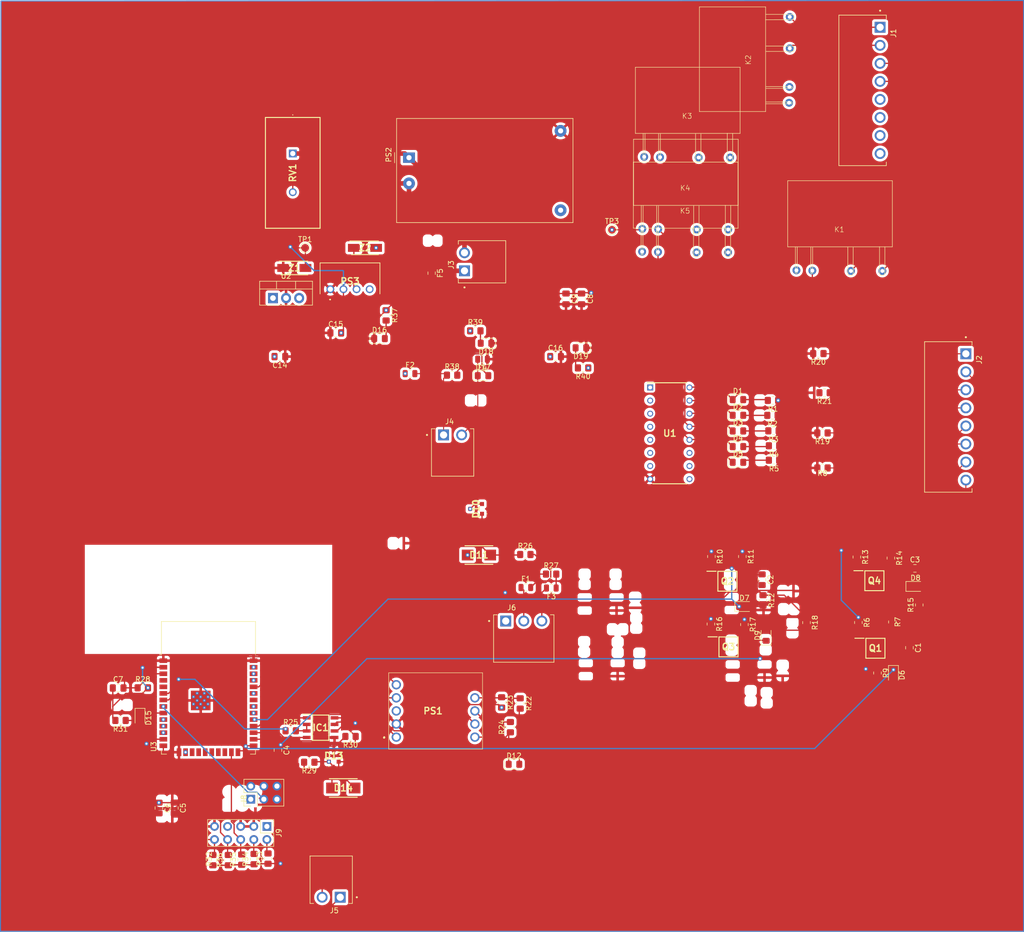
<source format=kicad_pcb>
(kicad_pcb (version 20221018) (generator pcbnew)
  (layers (0 "F.Cu" signal) (1 "In1.Cu" signal) (2 "In2.Cu" signal) (3 "In3.Cu" signal) (4 "In4.Cu" signal) (5 "In5.Cu" signal) (6 "In6.Cu" signal) (31 "B.Cu" signal) (34 "B.Paste" user) (35 "F.Paste" user) (36 "B.SilkS" user "B.Silkscreen") (37 "F.SilkS" user "F.Silkscreen") (38 "B.Mask" user) (39 "F.Mask" user) (44 "Edge.Cuts" user))
  (net 0 "")
  (net 1 "/Roomlink casing/CON-IN4-")
  (net 2 "/Roomlink casing/CON-IN4+")
  (net 3 "/Roomlink casing/CON-IN3-")
  (net 4 "/Roomlink casing/CON-IN3+")
  (net 5 "/Roomlink casing/CON-IN2-")
  (net 6 "/Roomlink casing/CON-IN2+")
  (net 7 "/Roomlink casing/CON-IN1-")
  (net 8 "/Roomlink casing/CON-IN1+")
  (net 9 "/Roomlink casing/CON-L1")
  (net 10 "/Roomlink casing/CON-NEUT")
  (net 11 "/Roomlink casing/CON-DC+")
  (net 12 "/Roomlink casing/CON-DC-")
  (net 13 "/Roomlink casing/CON-LCDA-")
  (net 14 "/Roomlink casing/CON-LCDB+")
  (net 15 "/Roomlink casing/RGND")
  (net 16 "/Roomlink casing/CON-A-")
  (net 17 "/Roomlink casing/CON-B+")
  (net 18 "/Roomlink casing/CONTROL/INPUT_1_MICRO")
  (net 19 "GND")
  (net 20 "/Roomlink casing/CONTROL/INPUT_2_MICRO")
  (net 21 "/Roomlink casing/CONTROL/INPUT_4_MICRO")
  (net 22 "/Roomlink casing/CONTROL/INPUT_3_MICRO")
  (net 23 "+5V")
  (net 24 "EN")
  (net 25 "Net-(J8-Pin_2)")
  (net 26 "Net-(J8-Pin_3)")
  (net 27 "+12V")
  (net 28 "Net-(D1-K)")
  (net 29 "Net-(D1-A)")
  (net 30 "Net-(D2-K)")
  (net 31 "Net-(D2-A)")
  (net 32 "Net-(D3-K)")
  (net 33 "Net-(D3-A)")
  (net 34 "Net-(D4-K)")
  (net 35 "Net-(D4-A)")
  (net 36 "Net-(D5-K)")
  (net 37 "Net-(D5-A)")
  (net 38 "Net-(PS1-B)")
  (net 39 "Net-(D12-K)")
  (net 40 "Net-(D12-A)")
  (net 41 "Net-(IC1-B)")
  (net 42 "Net-(IC1-A)")
  (net 43 "Net-(D15-K)")
  (net 44 "Net-(D15-A)")
  (net 45 "Net-(D16-A)")
  (net 46 "Net-(D17-A)")
  (net 47 "Net-(D18-A)")
  (net 48 "Net-(D19-A)")
  (net 49 "Net-(F1-Pad2)")
  (net 50 "Net-(F3-Pad1)")
  (net 51 "Net-(PS2-AC{slash}N)")
  (net 52 "/Roomlink casing/CONTROL/TX_RS485_LCD")
  (net 53 "Net-(IC1-DE)")
  (net 54 "/Roomlink casing/CONTROL/RX_RS485_LCD")
  (net 55 "Net-(J8-Pin_4)")
  (net 56 "Net-(J8-Pin_6)")
  (net 57 "MTMS")
  (net 58 "MTCLK")
  (net 59 "MTD0")
  (net 61 "MTD1")
  (net 64 "/Roomlink casing/CONTROL/RLY-OUT2-MICRO")
  (net 65 "/Roomlink casing/CONTROL/RLY-OUT1-MICRO")
  (net 66 "/Roomlink casing/CONTROL/RLY-FAN3-MICRO")
  (net 67 "/Roomlink casing/CONTROL/RLY-FAN2-MICRO")
  (net 68 "/Roomlink casing/CONTROL/RLY-FAN1-MICRO")
  (net 69 "/Roomlink casing/CONTROL/TX_RS485_EXT")
  (net 70 "/Roomlink casing/CONTROL/RX_RS485_EXT")
  (net 71 "/Roomlink casing/CONTROL/CON_RS485_EXT")
  (net 72 "/Roomlink casing/CONTROL/COM_RS485_LCD")
  (net 80 "Net-(D6-A)")
  (net 81 "Net-(PS1-VO)")
  (net 82 "Earth")
  (net 83 "VDD")
  (net 84 "Net-(Q1-ANODE)")
  (net 85 "Net-(Q2-ANODE)")
  (net 86 "Net-(Q3-ANODE)")
  (net 87 "Net-(Q4-ANODE)")
  (net 88 "Net-(D7-A)")
  (net 89 "Net-(D8-A)")
  (net 90 "Net-(D9-A)")
  (net 96 "/Roomlink casing/CON-OUT2B")
  (net 97 "/Roomlink casing/CON-OUT2A")
  (net 98 "/Roomlink casing/CON-OUT1B")
  (net 99 "/Roomlink casing/CON-OUT1A")
  (net 100 "/Roomlink casing/CON-FAN3")
  (net 101 "/Roomlink casing/CON-FAN2")
  (net 102 "/Roomlink casing/CON-FAN1")
  (net 103 "/Roomlink casing/CON-FAN-C")
  (footprint "LED_SMD:LED_0805_2012Metric_Pad1.15x1.40mm_HandSolder" (layer "F.Cu") (at 182.71 94.775)
    (fp_text reference "D2")
    (fp_text value "LED")
  )
  (footprint "LED_SMD:LED_0805_2012Metric_Pad1.15x1.40mm_HandSolder" (layer "F.Cu") (at 182.71 100.855)
    (fp_text reference "D4")
    (fp_text value "LED")
  )
  (footprint "Resistor_SMD:R_0805_2012Metric_Pad1.20x1.40mm_HandSolder" (layer "F.Cu") (at 177.462 135.28 -90)
    (fp_text reference "R16")
    (fp_text value "330")
  )
  (footprint "Resistor_SMD:R_0805_2012Metric_Pad1.20x1.40mm_HandSolder" (layer "F.Cu") (at 138.575 155.29 90)
    (fp_text reference "R24")
    (fp_text value "2.2k")
  )
  (footprint "SamacSys_Parts:CUI_TBP03R1-350-08GR" (layer "F.Cu") (at 210.275 19.49 -90)
    (fp_text reference "J1")
    (fp_text value "Screw_Terminal_01x08")
  )
  (footprint "SamacSys_Parts:CUI_TBP03R1-350-02GR" (layer "F.Cu") (at 125.6225 98.59)
    (fp_text reference "J4")
    (fp_text value "TBP03R1-350 - 01 01")
  )
  (footprint "SamacSys_Parts:AZ921" (layer "F.Cu") (at 185.208275 25.82 90)
    (fp_text reference "K2")
    (fp_text value "AZ921")
  )
  (footprint "Resistor_SMD:R_0805_2012Metric_Pad1.20x1.40mm_HandSolder" (layer "F.Cu") (at 187.562 130.68 -90)
    (fp_text reference "R12")
    (fp_text value "470")
  )
  (footprint "Resistor_SMD:R_0805_2012Metric_Pad1.20x1.40mm_HandSolder" (layer "F.Cu") (at 83.875 181.09 90)
    (fp_text reference "R36")
    (fp_text value "100K")
  )
  (footprint "SamacSys_Parts:TD521D485" (layer "F.Cu") (at 116.455 157.22)
    (fp_text reference "PS1")
    (fp_text value "TD521D485" hide)
  )
  (footprint "Capacitor_SMD:C_0805_2012Metric_Pad1.18x1.45mm_HandSolder" (layer "F.Cu") (at 104.7125 78.79)
    (fp_text reference "C15")
    (fp_text value "0.1uF/25v")
  )
  (footprint "Resistor_SMD:R_0805_2012Metric_Pad1.20x1.40mm_HandSolder" (layer "F.Cu") (at 141.475 121.79)
    (fp_text reference "R26")
    (fp_text value "10")
  )
  (footprint "Resistor_SMD:R_0805_2012Metric_Pad1.20x1.40mm_HandSolder" (layer "F.Cu") (at 206.062 134.98 -90)
    (fp_text reference "R6")
    (fp_text value "330")
  )
  (footprint "Resistor_SMD:R_0805_2012Metric_Pad1.20x1.40mm_HandSolder" (layer "F.Cu") (at 198.3 82.8 180)
    (fp_text reference "R20")
    (fp_text value "10")
  )
  (footprint "Resistor_SMD:R_0805_2012Metric_Pad1.20x1.40mm_HandSolder" (layer "F.Cu") (at 199.1 105 180)
    (fp_text reference "R8")
    (fp_text value "10")
  )
  (footprint "SamacSys_Parts:SM71202HTG" (layer "F.Cu") (at 131.93 112.94 90)
    (fp_text reference "D10")
    (fp_text value "SM712-02HTG" hide)
  )
  (footprint "SamacSys_Parts:AZ921" (layer "F.Cu") (at 172.845 37.223275)
    (fp_text reference "K3")
    (fp_text value "AZ291")
  )
  (footprint "SamacSys_Parts:SOP254P675X240-4N" (layer "F.Cu") (at 180.662 126.98)
    (fp_text reference "Q2")
    (fp_text value "FODM2705" hide)
  )
  (footprint "Connector_PinHeader_2.54mm:PinHeader_2x03_P2.54mm_Vertical" (layer "F.Cu") (at 88.225 169.275 90)
    (fp_text reference "J8")
    (fp_text value "Screw_Terminal_01x06")
  )
  (footprint "Capacitor_SMD:C_0805_2012Metric_Pad1.18x1.45mm_HandSolder" (layer "F.Cu") (at 73.42 170.975 -90)
    (fp_text reference "C5")
    (fp_text value "0.1uF/50v")
  )
  (footprint "LED_SMD:LED_0805_2012Metric_Pad1.15x1.40mm_HandSolder" (layer "F.Cu") (at 182.71 103.895)
    (fp_text reference "D5")
    (fp_text value "LED")
  )
  (footprint "SamacSys_Parts:AZ921" (layer "F.Cu") (at 202.37 59.233275)
    (fp_text reference "K1")
    (fp_text value "AZ921")
  )
  (footprint "SamacSys_Parts:CUI_TBP03R1-350-02GR" (layer "F.Cu") (at 129.675 66.7425 90)
    (fp_text reference "J3")
    (fp_text value "TBP03R1-350 - 01 00")
  )
  (footprint "Resistor_SMD:R_0805_2012Metric_Pad1.20x1.40mm_HandSolder" (layer "F.Cu") (at 114.475 75.39 -90)
    (fp_text reference "R37")
    (fp_text value "470")
  )
  (footprint "Resistor_SMD:R_0805_2012Metric_Pad1.20x1.40mm_HandSolder" (layer "F.Cu") (at 95.975 155.99)
    (fp_text reference "R25")
    (fp_text value "10(1%)")
  )
  (footprint "LED_SMD:LED_0805_2012Metric_Pad1.15x1.40mm_HandSolder" (layer "F.Cu") (at 113.2 79.89)
    (fp_text reference "D16")
    (fp_text value "LED")
  )
  (footprint "LED_SMD:LED_0805_2012Metric_Pad1.15x1.40mm_HandSolder" (layer "F.Cu") (at 139.275 162.49)
    (fp_text reference "D12")
    (fp_text value "LED")
  )
  (footprint "SamacSys_Parts:DIP762W55P254L1940H508Q16N" (layer "F.Cu") (at 169.5 98.27)
    (fp_text reference "U1")
    (fp_text value "ULN2003A" hide)
  )
  (footprint "SamacSys_Parts:AZ921" (layer "F.Cu") (at 172.445 55.623275)
    (fp_text reference "K5")
    (fp_text value "AZ921")
  )
  (footprint "SamacSys_Parts:SOP254P675X240-4N" (layer "F.Cu") (at 209.362 139.98)
    (fp_text reference "Q1")
    (fp_text value "FODM2705" hide)
  )
  (footprint "Resistor_SMD:R_0805_2012Metric_Pad1.20x1.40mm_HandSolder" (layer "F.Cu") (at 205.762 122.28 -90)
    (fp_text reference "R13")
    (fp_text value "330")
  )
  (footprint "Resistor_SMD:R_0805_2012Metric_Pad1.20x1.40mm_HandSolder" (layer "F.Cu") (at 189.7 100.69 180)
    (fp_text reference "R4")
    (fp_text value "1k")
  )
  (footprint "Fuse:Fuse_0805_2012Metric" (layer "F.Cu") (at 141.575 128.19)
    (fp_text reference "F1")
    (fp_text value "Fuse")
  )
  (footprint "Resistor_SMD:R_0805_2012Metric_Pad1.20x1.40mm_HandSolder" (layer "F.Cu") (at 62.975 153.99 180)
    (fp_text reference "R31")
    (fp_text value "470")
  )
  (footprint "LED_SMD:LED_0805_2012Metric_Pad1.15x1.40mm_HandSolder" (layer "F.Cu") (at 212.862 145.18 -90)
    (fp_text reference "D6")
    (fp_text value "LED")
  )
  (footprint "Resistor_SMD:R_0805_2012Metric_Pad1.20x1.40mm_HandSolder" (layer "F.Cu") (at 196 135 -90)
    (fp_text reference "R18")
    (fp_text value "470")
  )
  (footprint "Resistor_SMD:R_0805_2012Metric_Pad1.20x1.40mm_HandSolder" (layer "F.Cu") (at 127.275 86.99)
    (fp_text reference "R38")
    (fp_text value "100")
  )
  (footprint "Resistor_SMD:R_0805_2012Metric_Pad1.20x1.40mm_HandSolder" (layer "F.Cu") (at 99.575 162.09 180)
    (fp_text reference "R29")
    (fp_text value "10(1%)")
  )
  (footprint "LED_SMD:LED_0805_2012Metric_Pad1.15x1.40mm_HandSolder" (layer "F.Cu") (at 217.137 127.98)
    (fp_text reference "D8")
    (fp_text value "LED")
  )
  (footprint "Resistor_SMD:R_0805_2012Metric_Pad1.20x1.40mm_HandSolder" (layer "F.Cu") (at 199.5 90.4 180)
    (fp_text reference "R21")
    (fp_text value "10")
  )
  (footprint "Package_TO_SOT_THT:TO-220-3_Vertical" (layer "F.Cu") (at 92.535 72.035)
    (fp_text reference "U2")
    (fp_text value "LM7805_TO220")
  )
  (footprint "Capacitor_SMD:C_0805_2012Metric_Pad1.18x1.45mm_HandSolder" (layer "F.Cu") (at 215.962 139.88 -90)
    (fp_text reference "C1")
    (fp_text value "0.4uF")
  )
  (footprint "SamacSys_Parts:DIONM5436X245N" (layer "F.Cu") (at 132.475 121.89 180)
    (fp_text reference "D11")
    (fp_text value "SMBJ12CA" hide)
  )
  (footprint "LED_SMD:LED_0805_2012Metric_Pad1.15x1.40mm_HandSolder" (layer "F.Cu") (at 183.962 131.88)
    (fp_text reference "D7")
    (fp_text value "LED")
  )
  (footprint "Resistor_SMD:R_0805_2012Metric_Pad1.20x1.40mm_HandSolder" (layer "F.Cu") (at 189.4 94.79 180)
    (fp_text reference "R2")
    (fp_text value "2.4k")
  )
  (footprint "SamacSys_Parts:MOVTP20V275N" (layer "F.Cu") (at 96.375 43.99 -90)
    (fp_text reference "RV1")
    (fp_text value "MOVTP20V275N" hide)
  )
  (footprint "Resistor_SMD:R_0805_2012Metric_Pad1.20x1.40mm_HandSolder" (layer "F.Cu") (at 88.875 180.89 90)
    (fp_text reference "R34")
    (fp_text value "100K")
  )
  (footprint "Resistor_SMD:R_0805_2012Metric_Pad1.20x1.40mm_HandSolder" (layer "F.Cu") (at 189.7 103.49 180)
    (fp_text reference "R5")
    (fp_text value "1k")
  )
  (footprint "SamacSys_Parts:SM71202HTG" (layer "F.Cu") (at 104.325 160.845)
    (fp_text reference "D13")
    (fp_text value "SM712-02HTG" hide)
  )
  (footprint "Capacitor_SMD:C_0805_2012Metric_Pad1.18x1.45mm_HandSolder" (layer "F.Cu") (at 149.365 72.19 -90)
    (fp_text reference "C9")
    (fp_text value "0.1uF")
  )
  (footprint "Capacitor_SMD:C_0805_2012Metric_Pad1.18x1.45mm_HandSolder" (layer "F.Cu") (at 152.375 72.19 -90)
    (fp_text reference "C8")
    (fp_text value "22uF")
  )
  (footprint "SamacSys_Parts:AZ921" (layer "F.Cu") (at 172.475 51.19)
    (fp_text reference "K4")
    (fp_text value "AZ921")
  )
  (footprint "Resistor_SMD:R_0805_2012Metric_Pad1.20x1.40mm_HandSolder" (layer "F.Cu") (at 199.1 98.2 180)
    (fp_text reference "R19")
    (fp_text value "10")
  )
  (footprint "Resistor_SMD:R_0805_2012Metric_Pad1.20x1.40mm_HandSolder" (layer "F.Cu") (at 91.575 180.79 90)
    (fp_text reference "R33")
    (fp_text value "100K")
  )
  (footprint "Capacitor_SMD:C_0805_2012Metric_Pad1.18x1.45mm_HandSolder" (layer "F.Cu") (at 93.5 159.75 -90)
    (fp_text reference "C4")
    (fp_text value "0.4uF")
  )
  (footprint "Capacitor_SMD:C_0805_2012Metric_Pad1.18x1.45mm_HandSolder" (layer "F.Cu") (at 187.362 126.68 -90)
    (fp_text reference "C2")
    (fp_text value "0.4uF")
  )
  (footprint "SamacSys_Parts:SOP254P675X240-4N" (layer "F.Cu") (at 180.874 139.71)
    (fp_text reference "Q3")
    (fp_text value "FODM2705" hide)
  )
  (footprint "Resistor_SMD:R_0805_2012Metric_Pad1.20x1.40mm_HandSolder" (layer "F.Cu") (at 86.475 180.99 90)
    (fp_text reference "R35")
    (fp_text value "100K")
  )
  (footprint "LED_SMD:LED_0805_2012Metric_Pad1.15x1.40mm_HandSolder" (layer "F.Cu") (at 133.275 87.09)
    (fp_text reference "D17")
    (fp_text value "LED")
  )
  (footprint "Converter_ACDC:Converter_ACDC_HiLink_HLK-PMxx" (layer "F.Cu") (at 118.9125 44.79)
    (fp_text reference "PS2")
    (fp_text value "HLK-PM12")
  )
  (footprint "Resistor_SMD:R_0805_2012Metric_Pad1.20x1.40mm_HandSolder" (layer "F.Cu") (at 152.675 85.59 180)
    (fp_text reference "R40")
    (fp_text value "470")
  )
  (footprint "Resistor_SMD:R_0805_2012Metric_Pad1.20x1.40mm_HandSolder" (layer "F.Cu") (at 189.6 97.79 180)
    (fp_text reference "R3")
    (fp_text value "1k")
  )
  (footprint "Resistor_SMD:R_0805_2012Metric_Pad1.20x1.40mm_HandSolder" (layer "F.Cu") (at 217.862 131.58 90)
    (fp_text reference "R15")
    (fp_text value "470")
  )
  (footprint "Resistor_SMD:R_0805_2012Metric_Pad1.20x1.40mm_HandSolder" (layer "F.Cu") (at 136.875 150.49 -90)
    (fp_text reference "R23")
    (fp_text value "2.2k")
  )
  (footprint "LED_SMD:LED_0805_2012Metric_Pad1.15x1.40mm_HandSolder" (layer "F.Cu") (at 66.75 153.5 -90)
    (fp_text reference "D15")
    (fp_text value "LED")
  )
  (footprint "Resistor_SMD:R_0805_2012Metric_Pad1.20x1.40mm_HandSolder" (layer "F.Cu") (at 209.762 144.78 -90)
    (fp_text reference "R9")
    (fp_text value "470")
  )
  (footprint "SamacSys_Parts:SOP254P675X240-4N" (layer "F.Cu") (at 209.162 126.88)
    (fp_text reference "Q4")
    (fp_text value "FODM2705" hide)
  )
  (footprint "Fuse:Fuse_0805_2012Metric" (layer "F.Cu") (at 119.1125 86.69)
    (fp_text reference "F2")
    (fp_text value "Fuse")
  )
  (footprint "Capacitor_SMD:C_0805_2012Metric_Pad1.18x1.45mm_HandSolder" (layer "F.Cu") (at 147.3375 83.4)
    (fp_text reference "C16")
    (fp_text value "47uF/10v")
  )
  (footprint "LED_SMD:LED_0805_2012Metric_Pad1.15x1.40mm_HandSolder" (layer "F.Cu") (at 133.85 80.79 180)
    (fp_text reference "D18")
    (fp_text value "LED")
  )
  (footprint "Resistor_SMD:R_0805_2012Metric_Pad1.20x1.40mm_HandSolder" (layer "F.Cu") (at 183.562 122.18 -90)
    (fp_text reference "R11")
    (fp_text value "10k")
  )
  (footprint "Resistor_SMD:R_0805_2012Metric_Pad1.20x1.40mm_HandSolder" (layer "F.Cu") (at 146.475 125.59)
    (fp_text reference "R27")
    (fp_text value "10")
  )
  (footprint "Connector_PinHeader_2.54mm:PinHeader_2x05_P2.54mm_Vertical" (layer "F.Cu") (at 91.355 174.55 -90)
    (fp_text reference "J9")
    (fp_text value "Conn_ARM_JTAG_SWD_10")
  )
  (footprint "Fuse:Fuse_0805_2012Metric" (layer "F.Cu") (at 123.3 67.2 -90)
    (fp_text reference "F5")
    (fp_text value "Fuse")
  )
  (footprint "SamacSys_Parts:CUI_TBP03R1-350-03GR" (layer "F.Cu") (at 137.6725 134.69)
    (fp_text reference "J6")
    (fp_text value "TBP03R1-350 - 02 00")
  )
  (footprint "LED_SMD:LED_0805_2012Metric_Pad1.15x1.40mm_HandSolder" (layer "F.Cu") (at 182.71 91.735)
    (fp_text reference "D1")
    (fp_text value "LED")
  )
  (footprint "Resistor_SMD:R_0805_2012Metric_Pad1.20x1.40mm_HandSolder" (layer "F.Cu") (at 212.362 122.48 -90)
    (fp_text reference "R14")
    (fp_text value "10k")
  )
  (footprint "SamacSys_Parts:DIOM5226X220N" (layer "F.Cu") (at 110.375 62.29)
    (fp_text reference "Z2")
    (fp_text value "1SMA5918BT3G" hide)
  )
  (footprint "SamacSys_Parts:CUI_TBP03R1-350-02GR" (layer "F.Cu") (at 105.575 188.29 180)
    (fp_text reference "J5")
    (fp_text value "TBP03R1-350 - 01 00")
  )
  (footprint "SamacSys_Parts:DIONM5436X245N" (layer "F.Cu") (at 106.175 167.09)
    (fp_text reference "D14")
    (fp_text value "SMBJ12CA" hide)
  )
  (footprint "Resistor_SMD:R_0805_2012Metric_Pad1.20x1.40mm_HandSolder" (layer "F.Cu") (at 212.662 134.88 -90)
    (fp_text reference "R7")
    (fp_text value "10k")
  )
  (footprint "Resistor_SMD:R_0805_2012Metric_Pad1.20x1.40mm_HandSolder" (layer "F.Cu") (at 131.775 78.39)
    (fp_text reference "R39")
    (fp_text value "2.2k")
  )
  (footprint "Resistor_SMD:R_0805_2012Metric_Pad1.20x1.40mm_HandSolder" (layer "F.Cu") (at 183.962 135.38 -90)
    (fp_text reference "R17")
    (fp_text value "10k")
  )
  (footprint "Resistor_SMD:R_0805_2012Metric_Pad1.20x1.40mm_HandSolder" (layer "F.Cu") (at 189.5 91.89 180)
    (fp_text reference "R1")
    (fp_text value "1k")
  )
  (footprint "Capacitor_SMD:C_0805_2012Metric_Pad1.18x1.45mm_HandSolder" (layer "F.Cu") (at 217.0245 124.48)
    (fp_text reference "C3")
    (fp_text value "0.4uF")
  )
  (footprint "LED_SMD:LED_0805_2012Metric_Pad1.15x1.40mm_HandSolder" (layer "F.Cu") (at 152.25 81.69 180)
    (fp_text reference "D19")
    (fp_text value "LED")
  )
  (footprint "SamacSys_Parts:B0505SW2R2" (layer "F.Cu") (at 103.665 70.315)
    (fp_text reference "PS3")
    (fp_text value "B0505S-W2R2" hide)
  )
  (footprint "Resistor_SMD:R_0805_2012Metric_Pad1.20x1.40mm_HandSolder" (layer "F.Cu") (at 67.2925 147.66)
    (fp_text reference "R28")
    (fp_text value "470")
  )
  (footprint "Capacitor_SMD:C_0805_2012Metric_Pad1.18x1.45mm_HandSolder" (layer "F.Cu") (at 62.5125 147.69)
    (fp_text reference "C7")
    (fp_text value "0.1uF")
  )
  (footprint "SamacSys_Parts:SOIC127P600X175-8N" (layer "F.Cu") (at 101.775 155.39)
    (fp_text reference "IC1")
    (fp_text value "SP485CN-L_TR" hide)
  )
  (footprint "Capacitor_SMD:C_0805_2012Metric_Pad1.18x1.45mm_HandSolder" (layer "F.Cu") (at 93.875 83.39 180)
    (fp_text reference "C14")
    (fp_text value "0.1uF/25v")
  )
  (footprint "LED_SMD:LED_0805_2012Metric_Pad1.15x1.40mm_HandSolder" (layer "F.Cu") (at 182.71 97.815)
    (fp_text reference "D3")
    (fp_text value "LED")
  )
  (footprint "TestPoint:TestPoint_Pad_D1.5mm" (layer "F.Cu") (at 98.775 62.29)
    (fp_text reference "TP1")
    (fp_text value "TestPoint")
  )
  (footprint "RF_Module:ESP32-WROOM-32D" (layer "F.Cu") (at 80.025 150.64)
    (fp_text reference "U3")
    (fp_text value "ESP32-WROOM-32D")
  )
  (footprint "LED_SMD:LED_0805_2012Metric_Pad1.15x1.40mm_HandSolder" (layer "F.Cu") (at 188.162 137.505 90)
    (fp_text reference "D9")
    (fp_text value "LED")
  )
  (footprint "Resistor_SMD:R_0805_2012Metric_Pad1.20x1.40mm_HandSolder" (layer "F.Cu") (at 107.575 157.09 180)
    (fp_text reference "R30")
    (fp_text value "10(1%)")
  )
  (footprint "SamacSys_Parts:DIOM5226X220N" (layer "F.Cu") (at 96.675 66.19)
    (fp_text reference "Z1")
    (fp_text value "1SMA5918BT3G" hide)
  )
  (footprint "Resistor_SMD:R_0805_2012Metric_Pad1.20x1.40mm_HandSolder" (layer "F.Cu") (at 177.562 122.18 -90)
    (fp_text reference "R10")
    (fp_text value "330")
  )
  (footprint "TestPoint:TestPoint_Pad_D1.5mm" (layer "F.Cu") (at 158.275 58.79)
    (fp_text reference "TP3")
    (fp_text value "TestPoint")
  )
  (footprint "Fuse:Fuse_0805_2012Metric" (layer "F.Cu") (at 146.5125 128.29 180)
    (fp_text reference "F3")
    (fp_text value "Fuse")
  )
  (footprint "SamacSys_Parts:CUI_TBP03R1-350-08GR" (layer "F.Cu") (at 226.9 82.8475 -90)
    (fp_text reference "J2")
    (fp_text value "Screw_Terminal_01x08")
  )
  (footprint "Resistor_SMD:R_0805_2012Metric_Pad1.20x1.40mm_HandSolder" (layer "F.Cu") (at 80.875 181.09 90)
    (fp_text reference "R32")
    (fp_text value "100K")
  )
  (footprint "Capacitor_SMD:C_0805_2012Metric_Pad1.18x1.45mm_HandSolder" (layer "F.Cu") (at 70.41 170.975 -90)
    (fp_text reference "C6")
    (fp_text value "1uf/25v")
  )
  (footprint "Resistor_SMD:R_0805_2012Metric_Pad1.20x1.40mm_HandSolder" (layer "F.Cu") (at 140.475 150.69 -90)
    (fp_text reference "R22")
    (fp_text value "2.2k")
  )
  (footprint "Fuse:Fuse_0805_2012Metric" (layer "F.Cu") (at 133.175 83.89 180)
    (fp_text reference "F4")
    (fp_text value "Fuse")
  )
  (gr_line (start 52 14.4) (end 238.1 14.3) (stroke (width 0.2)) (layer "B.Cu"))
  (gr_line (start 39.7 194.9) (end 39.8 14.4) (stroke (width 0.2)) (layer "B.Cu"))
  (gr_line (start 238.1 155.3) (end 238.1 194.9) (stroke (width 0.2)) (layer "B.Cu"))
  (gr_line (start 238.1 14.3) (end 238.1 155.3) (stroke (width 0.2)) (layer "B.Cu"))
  (gr_line (start 39.8 14.4) (end 52 14.4) (stroke (width 0.2)) (layer "B.Cu"))
  (gr_line (start 238.1 194.9) (end 39.7 194.9) (stroke (width 0.2)) (layer "B.Cu"))
  (segment (start 226.9 82.8475) (end 199.3475 82.8475) (width 0.2) (layer "F.Cu") (net 1))
  (segment (start 199.3475 82.8475) (end 199.3 82.8) (width 0.2) (layer "F.Cu") (net 1))
  (segment (start 231 153.75) (end 231 90.4475) (width 0.2) (layer "F.Cu") (net 2))
  (segment (start 203 131.224) (end 203 153.75) (width 0.2) (layer "F.Cu") (net 2))
  (segment (start 231 90.4475) (end 226.9 86.3475) (width 0.2) (layer "F.Cu") (net 2))
  (segment (start 206.074 128.15) (end 203 131.224) (width 0.2) (layer "F.Cu") (net 2))
  (segment (start 203 153.75) (end 231 153.75) (width 0.2) (layer "F.Cu") (net 2))
  (segment (start 226.9 89.8475) (end 201.0525 89.8475) (width 0.2) (layer "F.Cu") (net 3))
  (segment (start 201.0525 89.8475) (end 200.5 90.4) (width 0.2) (layer "F.Cu") (net 3))
  (segment (start 201.772183 76.75) (end 199.25 76.75) (width 0.2) (layer "F.Cu") (net 4))
  (segment (start 194.4025 93.3475) (end 226.9 93.3475) (width 0.2) (layer "F.Cu") (net 4))
  (segment (start 194.25 93.5) (end 194.4025 93.3475) (width 0.2) (layer "F.Cu") (net 4))
  (segment (start 233.25 156.75) (end 233.25 86.4975) (width 0.2) (layer "F.Cu") (net 4))
  (segment (start 194.25 81.75) (end 194.25 93.5) (width 0.2) (layer "F.Cu") (net 4))
  (segment (start 233.25 86.4975) (end 229.25 82.4975) (width 0.2) (layer "F.Cu") (net 4))
  (segment (start 229.25 76.5) (end 202.022183 76.5) (width 0.2) (layer "F.Cu") (net 4))
  (segment (start 202.022183 76.5) (end 201.772183 76.75) (width 0.2) (layer "F.Cu") (net 4))
  (segment (start 177.786 140.98) (end 177.786 154.036) (width 0.2) (layer "F.Cu") (net 4))
  (segment (start 199.25 76.75) (end 194.25 81.75) (width 0.2) (layer "F.Cu") (net 4))
  (segment (start 177.786 154.036) (end 180.5 156.75) (width 0.2) (layer "F.Cu") (net 4))
  (segment (start 229.25 82.4975) (end 229.25 76.5) (width 0.2) (layer "F.Cu") (net 4))
  (segment (start 180.5 156.75) (end 233.25 156.75) (width 0.2) (layer "F.Cu") (net 4))
  (segment (start 225.5475 98.2) (end 226.9 96.8475) (width 0.2) (layer "F.Cu") (net 5))
  (segment (start 200.1 98.2) (end 225.5475 98.2) (width 0.2) (layer "F.Cu") (net 5))
  (segment (start 226.9 100.3475) (end 195.420317 100.3475) (width 0.2) (layer "F.Cu") (net 6))
  (segment (start 195.420317 100.3475) (end 193.5 102.267817) (width 0.2) (layer "F.Cu") (net 6))
  (segment (start 193.5 102.267817) (end 193.5 110.75) (width 0.2) (layer "F.Cu") (net 6))
  (segment (start 193.5 110.75) (end 172.5 110.75) (width 0.2) (layer "F.Cu") (net 6))
  (segment (start 172.5 110.75) (end 171.25 112) (width 0.2) (layer "F.Cu") (net 6))
  (segment (start 171.25 121.926) (end 177.574 128.25) (width 0.2) (layer "F.Cu") (net 6))
  (segment (start 171.25 112) (end 171.25 121.926) (width 0.2) (layer "F.Cu") (net 6))
  (segment (start 225.7475 105) (end 226.9 103.8475) (width 0.2) (layer "F.Cu") (net 7))
  (segment (start 200.1 105) (end 225.7475 105) (width 0.2) (layer "F.Cu") (net 7))
  (segment (start 226.9 149.6) (end 226.9 107.3475) (width 0.2) (layer "F.Cu") (net 8))
  (segment (start 207.5 150.25) (end 226.25 150.25) (width 0.2) (layer "F.Cu") (net 8))
  (segment (start 226.25 150.25) (end 226.9 149.6) (width 0.2) (layer "F.Cu") (net 8))
  (segment (start 206.274 141.25) (end 206.274 149.024) (width 0.2) (layer "F.Cu") (net 8))
  (segment (start 206.274 149.024) (end 207.5 150.25) (width 0.2) (layer "F.Cu") (net 8))
  (segment (start 129.675 66.7425) (end 123.78 66.7425) (width 0.9) (layer "F.Cu") (net 9))
  (segment (start 128.9725 66.04) (end 129.675 66.7425) (width 0.25) (layer "F.Cu") (net 9))
  (segment (start 123.3 66.2625) (end 123.5225 66.04) (width 0.25) (layer "F.Cu") (net 9))
  (segment (start 123.78 66.7425) (end 123.3 66.2625) (width 0.25) (layer "F.Cu") (net 9))
  (segment (start 129.675 55.5525) (end 129.675 63.2425) (width 0.9) (layer "F.Cu") (net 10))
  (segment (start 96.375 43.99) (end 118.1125 43.99) (width 0.9) (layer "F.Cu") (net 10))
  (segment (start 118.1125 43.99) (end 118.9125 44.79) (width 0.25) (layer "F.Cu") (net 10))
  (segment (start 118.9125 44.79) (end 129.675 55.5525) (width 0.9) (layer "F.Cu") (net 10))
  (segment (start 120.05 86.69) (end 125.975 86.69) (width 0.2) (layer "F.Cu") (net 11))
  (segment (start 126.275 86.99) (end 125.6225 87.6425) (width 0.2) (layer "F.Cu") (net 11))
  (segment (start 125.6225 87.6425) (end 125.6225 98.59) (width 0.2) (layer "F.Cu") (net 11))
  (segment (start 125.975 86.69) (end 126.275 86.99) (width 0.2) (layer "F.Cu") (net 11))
  (segment (start 132.25 95.4625) (end 132.25 87.09) (width 0.2) (layer "F.Cu") (net 12))
  (segment (start 132.2375 83.89) (end 132.2375 87.0775) (width 0.2) (layer "F.Cu") (net 12))
  (segment (start 129.1225 98.59) (end 132.25 95.4625) (width 0.2) (layer "F.Cu") (net 12))
  (segment (start 132.2375 87.0775) (end 132.25 87.09) (width 0.2) (layer "F.Cu") (net 12))
  (segment (start 106.575 157.09) (end 104.68 158.985) (width 0.25) (layer "F.Cu") (net 13))
  (segment (start 96.265 158.985) (end 95.5 159.75) (width 0.25) (layer "F.Cu") (net 13))
  (segment (start 95.5 159.75) (end 95.5 160.413173) (width 0.25) (layer "F.Cu") (net 13))
  (segment (start 104.68 158.985) (end 96.265 158.985) (width 0.25) (layer "F.Cu") (net 13))
  (segment (start 97.5 192.25) (end 101.615 192.25) (width 0.25) (layer "F.Cu") (net 13))
  (segment (start 101.615 192.25) (end 105.575 188.29) (width 0.25) (layer "F.Cu") (net 13))
  (segment (start 95.5 160.413173) (end 97.5 162.413173) (width 0.25) (layer "F.Cu") (net 13))
  (segment (start 97.5 162.413173) (end 97.5 192.25) (width 0.25) (layer "F.Cu") (net 13))
  (segment (start 98.575 165.675) (end 98.575 162.09) (width 0.25) (layer "F.Cu") (net 14))
  (segment (start 99.25 167) (end 98.25 166) (width 0.25) (layer "F.Cu") (net 14))
  (segment (start 98.25 166) (end 98.575 165.675) (width 0.25) (layer "F.Cu") (net 14))
  (segment (start 102.075 178.325) (end 99.25 175.5) (width 0.25) (layer "F.Cu") (net 14))
  (segment (start 99.25 175.5) (end 99.25 167) (width 0.25) (layer "F.Cu") (net 14))
  (segment (start 102.075 188.29) (end 102.075 178.325) (width 0.25) (layer "F.Cu") (net 14))
  (segment (start 141.16 125.59) (end 137.5675 129.1825) (width 0.25) (layer "F.Cu") (net 15))
  (segment (start 127.665 150.915) (end 127.5 150.75) (width 0.25) (layer "F.Cu") (net 15))
  (segment (start 131.735 111.99) (end 130.785 112.94) (width 0.25) (layer "F.Cu") (net 15))
  (segment (start 136.875 151.49) (end 136.3 150.915) (width 0.25) (layer "F.Cu") (net 15))
  (segment (start 136.3 150.915) (end 127.665 150.915) (width 0.25) (layer "F.Cu") (net 15))
  (segment (start 127.5 150.75) (end 127.765 150.75) (width 0.25) (layer "F.Cu") (net 15))
  (segment (start 145.475 125.59) (end 141.16 125.59) (width 0.25) (layer "F.Cu") (net 15))
  (segment (start 127.765 150.75) (end 131.695 154.68) (width 0.25) (layer "F.Cu") (net 15))
  (segment (start 133.075 111.99) (end 131.735 111.99) (width 0.25) (layer "F.Cu") (net 15))
  (via (at 130.785 112.94) (size 0.8) (drill 0.4) (layers "F.Cu" "B.Cu") (net 15))
  (via (at 130.275 121.89) (size 0.8) (drill 0.4) (layers "F.Cu" "B.Cu") (net 15))
  (via (at 137.5675 129.1825) (size 0.8) (drill 0.4) (layers "F.Cu" "B.Cu") (net 15))
  (via (at 136.875 151.49) (size 0.8) (drill 0.4) (layers "F.Cu" "B.Cu") (net 15))
  (segment (start 141.1725 134.69) (end 141.1725 128.725) (width 0.25) (layer "F.Cu") (net 16))
  (segment (start 141.1725 128.725) (end 140.6375 128.19) (width 0.25) (layer "F.Cu") (net 16))
  (segment (start 144.6725 134.69) (end 144.6725 129.1925) (width 0.25) (layer "F.Cu") (net 17))
  (segment (start 144.6725 129.1925) (end 145.575 128.29) (width 0.25) (layer "F.Cu") (net 17))
  (segment (start 88.775 158.9) (end 87.35 158.9) (width 0.25) (layer "F.Cu") (net 18))
  (segment (start 218.0925 138.8425) (end 215.962 138.8425) (width 0.25) (layer "F.Cu") (net 18))
  (segment (start 215.8295 138.71) (end 212.45 138.71) (width 0.25) (layer "F.Cu") (net 18))
  (segment (start 87.35 158.9) (end 87.25 159) (width 0.25) (layer "F.Cu") (net 18))
  (segment (start 217.3955 143.3545) (end 220 140.75) (width 0.25) (layer "F.Cu") (net 18))
  (segment (start 212.662 135.88) (end 212.45 136.092) (width 0.25) (layer "F.Cu") (net 18))
  (segment (start 220 140.75) (end 218.0925 138.8425) (width 0.25) (layer "F.Cu") (net 18))
  (segment (start 215.962 138.8425) (end 215.8295 138.71) (width 0.25) (layer "F.Cu") (net 18))
  (segment (start 212.862 144.155) (end 213.6625 143.3545) (width 0.25) (layer "F.Cu") (net 18))
  (segment (start 212.45 136.092) (end 212.45 138.71) (width 0.25) (layer "F.Cu") (net 18))
  (segment (start 213.6625 143.3545) (end 217.3955 143.3545) (width 0.25) (layer "F.Cu") (net 18))
  (via (at 212.862 144.155) (size 0.8) (drill 0.4) (layers "F.Cu" "B.Cu") (net 18))
  (via (at 87.25 159) (size 0.8) (drill 0.4) (layers "F.Cu" "B.Cu") (net 18))
  (segment (start 87.6875 159.4375) (end 197.5795 159.4375) (width 0.25) (layer "B.Cu") (net 18))
  (segment (start 197.5795 159.4375) (end 212.862 144.155) (width 0.25) (layer "B.Cu") (net 18))
  (segment (start 87.25 159) (end 87.6875 159.4375) (width 0.25) (layer "B.Cu") (net 18))
  (segment (start 187.2945 125.71) (end 183.75 125.71) (width 0.25) (layer "F.Cu") (net 20))
  (segment (start 183.75 123.368) (end 183.562 123.18) (width 0.25) (layer "F.Cu") (net 20))
  (segment (start 183.75 125.71) (end 183.75 123.368) (width 0.25) (layer "F.Cu") (net 20))
  (segment (start 187.362 125.6425) (end 187.2945 125.71) (width 0.25) (layer "F.Cu") (net 20))
  (segment (start 183.75 125.71) (end 182.54 124.5) (width 0.25) (layer "F.Cu") (net 20))
  (segment (start 182.54 124.5) (end 181.5 124.5) (width 0.25) (layer "F.Cu") (net 20))
  (via (at 181.5 124.5) (size 0.8) (drill 0.4) (layers "F.Cu" "B.Cu") (net 20))
  (via (at 88.9495 153.82) (size 0.8) (drill 0.4) (layers "F.Cu" "B.Cu") (net 20))
  (via (at 182.937 131.88) (size 0.8) (drill 0.4) (layers "F.Cu" "B.Cu") (net 20))
  (segment (start 182.937 131.88) (end 182.937 131.937) (width 0.25) (layer "B.Cu") (net 20))
  (segment (start 181.5 130.443) (end 181.5 124.5) (width 0.25) (layer "B.Cu") (net 20))
  (segment (start 182.937 131.88) (end 181.5 130.443) (width 0.25) (layer "B.Cu") (net 20))
  (segment (start 114.848778 130.443) (end 91.471778 153.82) (width 0.25) (layer "B.Cu") (net 20))
  (segment (start 181.5 130.443) (end 114.848778 130.443) (width 0.25) (layer "B.Cu") (net 20))
  (segment (start 182.937 131.937) (end 183 132) (width 0.25) (layer "B.Cu") (net 20))
  (segment (start 91.471778 153.82) (end 88.9495 153.82) (width 0.25) (layer "B.Cu") (net 20))
  (segment (start 161.5 170.75) (end 170.5 161.75) (width 0.25) (layer "F.Cu") (net 21))
  (segment (start 214.857 125.61) (end 212.25 125.61) (width 0.25) (layer "F.Cu") (net 21))
  (segment (start 103.4 152.835) (end 112.877588 152.835) (width 0.25) (layer "F.Cu") (net 21))
  (segment (start 203.6065 128.755) (end 204.8615 127.5) (width 0.25) (layer "F.Cu") (net 21))
  (segment (start 94.738604 159.875) (end 96.668604 157.945) (width 0.25) (layer "F.Cu") (net 21))
  (segment (start 103.4 157.945) (end 103.4 152.835) (width 0.25) (layer "F.Cu") (net 21))
  (segment (start 85.745 160.15) (end 86.02 159.875) (width 0.25) (layer "F.Cu") (net 21))
  (segment (start 186.873827 128.755) (end 203.6065 128.755) (width 0.25) (layer "F.Cu") (net 21))
  (segment (start 170.5 161.75) (end 170.5 139.628827) (width 0.25) (layer "F.Cu") (net 21))
  (segment (start 204.8615 127.5) (end 208.342 127.5) (width 0.25) (layer "F.Cu") (net 21))
  (segment (start 212.362 125.498) (end 212.25 125.61) (width 0.25) (layer "F.Cu") (net 21))
  (segment (start 215.987 127.855) (end 215.987 124.48) (width 0.25) (layer "F.Cu") (net 21))
  (segment (start 112.877588 152.835) (end 116.037588 155.995) (width 0.25) (layer "F.Cu") (net 21))
  (segment (start 181.228827 128.9) (end 186.728827 128.9) (width 0.25) (layer "F.Cu") (net 21))
  (segment (start 212.362 123.48) (end 212.362 125.498) (width 0.25) (layer "F.Cu") (net 21))
  (segment (start 116.037588 155.995) (end 124.495 155.995) (width 0.25) (layer "F.Cu") (net 21))
  (segment (start 215.987 124.48) (end 214.857 125.61) (width 0.25) (layer "F.Cu") (net 21))
  (segment (start 186.728827 128.9) (end 186.873827 128.755) (width 0.25) (layer "F.Cu") (net 21))
  (segment (start 216.112 127.98) (end 215.987 127.855) (width 0.25) (layer "F.Cu") (net 21))
  (segment (start 170.5 139.628827) (end 181.228827 128.9) (width 0.25) (layer "F.Cu") (net 21))
  (segment (start 139.25 170.75) (end 161.5 170.75) (width 0.25) (layer "F.Cu") (net 21))
  (segment (start 208.342 127.5) (end 212.362 123.48) (width 0.25) (layer "F.Cu") (net 21))
  (segment (start 124.495 155.995) (end 139.25 170.75) (width 0.25) (layer "F.Cu") (net 21))
  (segment (start 86.02 159.875) (end 94.738604 159.875) (width 0.25) (layer "F.Cu") (net 21))
  (segment (start 96.668604 157.945) (end 103.4 157.945) (width 0.25) (layer "F.Cu") (net 21))
  (segment (start 183.962 138.44) (end 183.962 138.962) (width 0.25) (layer "F.Cu") (net 22))
  (segment (start 188.162 138.53) (end 188.072 138.44) (width 0.25) (layer "F.Cu") (net 22))
  (segment (start 92.4175 157.63) (end 93.5 158.7125) (width 0.25) (layer "F.Cu") (net 22))
  (segment (start 88.775 157.63) (end 92.4175 157.63) (width 0.25) (layer "F.Cu") (net 22))
  (segment (start 183.962 136.38) (end 183.962 138.44) (width 0.25) (layer "F.Cu") (net 22))
  (segment (start 183.962 138.962) (end 187 142) (width 0.25) (layer "F.Cu") (net 22))
  (segment (start 188.072 138.44) (end 183.962 138.44) (width 0.25) (layer "F.Cu") (net 22))
  (via (at 187 142) (size 0.8) (drill 0.4) (layers "F.Cu" "B.Cu") (net 22))
  (via (at 94.0295 158.7125) (size 0.8) (drill 0.4) (layers "F.Cu" "B.Cu") (net 22))
  (segment (start 187 142) (end 110.742 142) (width 0.25) (layer "B.Cu") (net 22))
  (segment (start 110.742 142) (end 94.0295 158.7125) (width 0.25) (layer "B.Cu") (net 22))
  (segment (start 209.762 143.78) (end 209.542 144) (width 0.25) (layer "F.Cu") (net 23))
  (segment (start 112.72 153.485) (end 116.455 157.22) (width 0.25) (layer "F.Cu") (net 23))
  (segment (start 98.825 66.19) (end 98.825 62.34) (width 0.25) (layer "F.Cu") (net 23))
  (segment (start 222.75 122.25) (end 222.75 127.692) (width 0.25) (layer "F.Cu") (net 23))
  (segment (start 222.75 127.692) (end 217.862 132.58) (width 0.25) (layer "F.Cu") (net 23))
  (segment (start 191.68 129.68) (end 196 134) (width 0.25) (layer "F.Cu") (net 23))
  (segment (start 209.542 144) (end 207.5 144) (width 0.25) (layer "F.Cu") (net 23))
  (segment (start 104.475 153.485) (end 112.72 153.485) (width 0.25) (layer "F.Cu") (net 23))
  (segment (start 73.42 169.9375) (end 70.41 169.9375) (width 0.25) (layer "F.Cu") (net 23))
  (segment (start 98.775 62.29) (end 96.09 62.29) (width 0.25) (layer "F.Cu") (net 23))
  (segment (start 196 134) (end 184.342 134) (width 0.25) (layer "F.Cu") (net 23))
  (segment (start 207.5 144) (end 207.25 144) (width 0.25) (layer "F.Cu") (net 23))
  (segment (start 98.825 62.34) (end 98.775 62.29) (width 0.25) (layer "F.Cu") (net 23))
  (segment (start 184.342 134) (end 183.962 134.38) (width 0.25) (layer "F.Cu") (net 23))
  (segment (start 216.562 133.88) (end 212.662 133.88) (width 0.25) (layer "F.Cu") (net 23))
  (segment (start 106.205 78.335) (end 106.205 70.315) (width 0.25) (layer "F.Cu") (net 23))
  (segment (start 224 140.75) (end 224 138.718) (width 0.25) (layer "F.Cu") (net 23))
  (segment (start 208 148.25) (end 216.5 148.25) (width 0.25) (layer "F.Cu") (net 23))
  (segment (start 207.25 147.5) (end 208 148.25) (width 0.25) (layer "F.Cu") (net 23))
  (segment (start 105.75 78.79) (end 106.205 78.335) (width 0.25) (layer "F.Cu") (net 23))
  (segment (start 212.362 121.48) (end 221.98 121.48) (width 0.25) (layer "F.Cu") (net 23))
  (segment (start 187.562 129.68) (end 191.68 129.68) (width 0.25) (layer "F.Cu") (net 23))
  (segment (start 224 138.718) (end 217.862 132.58) (width 0.25) (layer "F.Cu") (net 23))
  (segment (start 217.862 132.58) (end 216.562 133.88) (width 0.25) (layer "F.Cu") (net 23))
  (segment (start 221.98 121.48) (end 222.75 122.25) (width 0.25) (layer "F.Cu") (net 23))
  (segment (start 106.205 70.315) (end 106.205 69.1) (width 0.25) (layer "F.Cu") (net 23))
  (segment (start 207.25 144) (end 207.25 147.5) (width 0.25) (layer "F.Cu") (net 23))
  (segment (start 96.09 62.29) (end 95.9 62.1) (width 0.25) (layer "F.Cu") (net 23))
  (segment (start 216.5 148.25) (end 224 140.75) (width 0.25) (layer "F.Cu") (net 23))
  (via (at 207.5 144) (size 0.8) (drill 0.4) (layers "F.Cu" "B.Cu") (net 23))
  (via (at 183.562 121.18) (size 0.8) (drill 0.4) (layers "F.Cu" "B.Cu") (net 23))
  (via (at 70.41 169.9375) (size 0.8) (drill 0.4) (layers "F.Cu" "B.Cu") (net 23))
  (via (at 183.962 134.38) (size 0.8) (drill 0.4) (layers "F.Cu" "B.Cu") (net 23))
  (via (at 106.205 69.1) (size 0.8) (drill 0.4) (layers "F.Cu" "B.Cu") (net 23))
  (via (at 146.3 83.4) (size 0.8) (drill 0.4) (layers "F.Cu" "B.Cu") (net 23))
  (via (at 105.75 78.79) (size 0.8) (drill 0.4) (layers "F.Cu" "B.Cu") (net 23))
  (via (at 153.675 85.59) (size 0.8) (drill 0.4) (layers "F.Cu" "B.Cu") (net 23))
  (via (at 95.9 62.1) (size 0.8) (drill 0.4) (layers "F.Cu" "B.Cu") (net 23))
  (segment (start 100.5 66.7) (end 106.1 66.7) (width 0.25) (layer "B.Cu") (net 23))
  (segment (start 106.205 66.805) (end 106.205 69.1) (width 0.25) (layer "B.Cu") (net 23))
  (segment (start 106.205 69.1) (end 106.205 70.315) (width 0.25) (layer "B.Cu") (net 23))
  (segment (start 106.1 66.7) (end 106.205 66.805) (width 0.25) (layer "B.Cu") (net 23))
  (segment (start 95.9 62.1) (end 100.5 66.7) (width 0.25) (layer "B.Cu") (net 23))
  (segment (start 62.75 144.25) (end 63.75 145.25) (width 0.25) (layer "F.Cu") (net 24))
  (segment (start 55.75 145.75) (end 57.25 144.25) (width 0.25) (layer "F.Cu") (net 24))
  (segment (start 81.195 177.09) (end 55.84 177.09) (width 0.25) (layer "F.Cu") (net 24))
  (segment (start 55.84 177.09) (end 55.75 177) (width 0.25) (layer "F.Cu") (net 24))
  (segment (start 69.0225 144.93) (end 66.2925 147.66) (width 0.25) (layer "F.Cu") (net 24))
  (segment (start 63.58 147.66) (end 63.55 147.69) (width 0.25) (layer "F.Cu") (net 24))
  (segment (start 57.25 144.25) (end 62.75 144.25) (width 0.25) (layer "F.Cu") (net 24))
  (segment (start 81.195 179.77) (end 81.195 177.09) (width 0.25) (layer "F.Cu") (net 24))
  (segment (start 66.2925 147.66) (end 63.58 147.66) (width 0.25) (layer "F.Cu") (net 24))
  (segment (start 55.75 177) (end 55.75 145.75) (width 0.25) (layer "F.Cu") (net 24))
  (segment (start 63.75 147.49) (end 63.55 147.69) (width 0.25) (layer "F.Cu") (net 24))
  (segment (start 63.75 145.25) (end 63.75 147.49) (width 0.25) (layer "F.Cu") (net 24))
  (segment (start 71.275 144.93) (end 69.0225 144.93) (width 0.25) (layer "F.Cu") (net 24))
  (segment (start 80.875 180.09) (end 81.195 179.77) (width 0.25) (layer "F.Cu") (net 24))
  (via (at 88.775 152.55) (size 0.8) (drill 0.4) (layers "F.Cu" "B.Cu") (net 25))
  (via (at 71.275 151.28) (size 0.8) (drill 0.4) (layers "F.Cu" "B.Cu") (net 26))
  (segment (start 71.275 151.525) (end 71.275 151.28) (width 0.25) (layer "B.Cu") (net 26))
  (segment (start 87.66 167.91) (end 71.275 151.525) (width 0.25) (layer "B.Cu") (net 26))
  (segment (start 90.765 169.275) (end 89.4 167.91) (width 0.25) (layer "B.Cu") (net 26))
  (segment (start 89.4 167.91) (end 87.66 167.91) (width 0.25) (layer "B.Cu") (net 26))
  (segment (start 190.4 91.99) (end 190.5 91.89) (width 0.25) (layer "F.Cu") (net 27))
  (segment (start 190.6 97.79) (end 190.6 94.99) (width 0.25) (layer "F.Cu") (net 27))
  (segment (start 190.7 103.49) (end 190.7 100.69) (width 0.25) (layer "F.Cu") (net 27))
  (segment (start 163.965 58.79) (end 164.155 58.6) (width 0.25) (layer "F.Cu") (net 27))
  (segment (start 158.275 58.79) (end 163.965 58.79) (width 0.25) (layer "F.Cu") (net 27))
  (segment (start 190.7 97.89) (end 190.6 97.79) (width 0.25) (layer "F.Cu") (net 27))
  (segment (start 190.6 94.99) (end 190.4 94.79) (width 0.25) (layer "F.Cu") (net 27))
  (segment (start 190.7 100.69) (end 190.7 97.89) (width 0.25) (layer "F.Cu") (net 27))
  (segment (start 190.4 94.79) (end 190.4 91.99) (width 0.25) (layer "F.Cu") (net 27))
  (via (at 118.175 86.69) (size 0.8) (drill 0.4) (layers "F.Cu" "B.Cu") (net 27))
  (via (at 130.775 78.39) (size 0.8) (drill 0.4) (layers "F.Cu" "B.Cu") (net 27))
  (via (at 190.5 91.89) (size 0.8) (drill 0.4) (layers "F.Cu" "B.Cu") (net 27))
  (via (at 92.8375 83.39) (size 0.8) (drill 0.4) (layers "F.Cu" "B.Cu") (net 27))
  (via (at 158.275 58.79) (size 0.8) (drill 0.4) (layers "F.Cu" "B.Cu") (net 27))
  (segment (start 197.13 66.703275) (end 197.13 76.29) (width 0.25) (layer "F.Cu") (net 28))
  (segment (start 179.26 89.31) (end 181.685 91.735) (width 0.25) (layer "F.Cu") (net 28))
  (segment (start 197.13 76.29) (end 181.685 91.735) (width 0.25) (layer "F.Cu") (net 28))
  (segment (start 173.21 89.31) (end 179.26 89.31) (width 0.25) (layer "F.Cu") (net 28))
  (segment (start 188.5 91.89) (end 188.345 91.735) (width 0.25) (layer "F.Cu") (net 29))
  (segment (start 188.345 91.735) (end 183.735 91.735) (width 0.25) (layer "F.Cu") (net 29))
  (segment (start 181.685 94.775) (end 178.83 91.92) (width 0.25) (layer "F.Cu") (net 30))
  (segment (start 178.83 91.92) (end 173.31 91.92) (width 0.25) (layer "F.Cu") (net 30))
  (segment (start 183.735 94.775) (end 183.75 94.79) (width 0.25) (layer "F.Cu") (net 31))
  (segment (start 183.75 94.79) (end 188.4 94.79) (width 0.25) (layer "F.Cu") (net 31))
  (segment (start 181.685 97.815) (end 178.26 94.39) (width 0.25) (layer "F.Cu") (net 32))
  (segment (start 178.26 94.39) (end 173.21 94.39) (width 0.25) (layer "F.Cu") (net 32))
  (segment (start 183.735 97.815) (end 188.575 97.815) (width 0.25) (layer "F.Cu") (net 33))
  (segment (start 188.575 97.815) (end 188.6 97.79) (width 0.25) (layer "F.Cu") (net 33))
  (segment (start 167.235 58.66) (end 172.41 63.835) (width 0.25) (layer "F.Cu") (net 34))
  (segment (start 177.76 96.93) (end 173.21 96.93) (width 0.25) (layer "F.Cu") (net 34))
  (segment (start 172.41 96.1) (end 173.31 97) (width 0.25) (layer "F.Cu") (net 34))
  (segment (start 172.41 63.835) (end 172.41 96.1) (width 0.25) (layer "F.Cu") (net 34))
  (segment (start 181.685 100.855) (end 177.76 96.93) (width 0.25) (layer "F.Cu") (net 34))
  (segment (start 188.535 100.855) (end 188.7 100.69) (width 0.25) (layer "F.Cu") (net 35))
  (segment (start 183.735 100.855) (end 188.535 100.855) (width 0.25) (layer "F.Cu") (net 35))
  (segment (start 167.205 63.093275) (end 167.205 93.435) (width 0.25) (layer "F.Cu") (net 36))
  (segment (start 181.685 103.895) (end 177.26 99.47) (width 0.25) (layer "F.Cu") (net 36))
  (segment (start 177.26 99.47) (end 173.21 99.47) (width 0.25) (layer "F.Cu") (net 36))
  (segment (start 167.205 93.435) (end 173.31 99.54) (width 0.25) (layer "F.Cu") (net 36))
  (segment (start 184.14 103.49) (end 183.735 103.895) (width 0.25) (layer "F.Cu") (net 37))
  (segment (start 188.7 103.49) (end 184.14 103.49) (width 0.25) (layer "F.Cu") (net 37))
  (segment (start 133.075 113.89) (end 133.075 120.29) (width 0.25) (layer "F.Cu") (net 38))
  (segment (start 134.675 121.89) (end 140.375 121.89) (width 0.25) (layer "F.Cu") (net 38))
  (segment (start 133.845 154.29) (end 131.695 152.14) (width 0.25) (layer "F.Cu") (net 38))
  (segment (start 140.375 121.89) (end 140.475 121.79) (width 0.25) (layer "F.Cu") (net 38))
  (segment (start 133.075 120.29) (end 134.675 121.89) (width 0.25) (layer "F.Cu") (net 38))
  (segment (start 138.575 154.29) (end 133.845 154.29) (width 0.25) (layer "F.Cu") (net 38))
  (segment (start 138.25 156.615) (end 138.25 162.49) (width 0.25) (layer "F.Cu") (net 39))
  (segment (start 137.645 157.22) (end 138.575 156.29) (width 0.25) (layer "F.Cu") (net 39))
  (segment (start 138.575 156.29) (end 138.25 156.615) (width 0.25) (layer "F.Cu") (net 39))
  (segment (start 131.695 157.22) (end 137.645 157.22) (width 0.25) (layer "F.Cu") (net 39))
  (segment (start 140.3 162.49) (end 140.3 151.865) (width 0.25) (layer "F.Cu") (net 40))
  (segment (start 140.3 151.865) (end 140.475 151.69) (width 0.25) (layer "F.Cu") (net 40))
  (segment (start 103.375 161.99) (end 100.675 161.99) (width 0.25) (layer "F.Cu") (net 41))
  (segment (start 104.475 154.755) (end 104.475 154.975) (width 0.25) (layer "F.Cu") (net 41))
  (segment (start 104.475 154.755) (end 104.93 154.3) (width 0.25) (layer "F.Cu") (net 41))
  (segment (start 103.975 167.09) (end 103.975 162.59) (width 0.25) (layer "F.Cu") (net 41))
  (segment (start 103.975 162.59) (end 103.375 161.99) (width 0.25) (layer "F.Cu") (net 41))
  (segment (start 104.93 154.3) (end 108.3 154.3) (width 0.25) (layer "F.Cu") (net 41))
  (segment (start 104.475 154.975) (end 104.5 155) (width 0.25) (layer "F.Cu") (net 41))
  (segment (start 108.3 154.3) (end 108.5 154.5) (width 0.25) (layer "F.Cu") (net 41))
  (segment (start 100.675 161.99) (end 100.575 162.09) (width 0.25) (layer "F.Cu") (net 41))
  (via (at 108.5 154.5) (size 0.8) (drill 0.4) (layers "F.Cu" "B.Cu") (net 41))
  (via (at 103.375 161.99) (size 0.8) (drill 0.4) (layers "F.Cu" "B.Cu") (net 41))
  (segment (start 105.275 161.99) (end 105.275 163.99) (width 0.25) (layer "F.Cu") (net 42))
  (segment (start 104.975 156.025) (end 106.25 154.75) (width 0.25) (layer "F.Cu") (net 42))
  (segment (start 108.49 161.99) (end 105.275 161.99) (width 0.25) (layer "F.Cu") (net 42))
  (segment (start 108.5 157.165) (end 108.5 162) (width 0.25) (layer "F.Cu") (net 42))
  (segment (start 108.575 157.09) (end 108.5 157.165) (width 0.25) (layer "F.Cu") (net 42))
  (segment (start 105.275 163.99) (end 108.375 167.09) (width 0.25) (layer "F.Cu") (net 42))
  (segment (start 104.475 156.025) (end 104.975 156.025) (width 0.25) (layer "F.Cu") (net 42))
  (segment (start 106.25 154.75) (end 106.25 154.765) (width 0.25) (layer "F.Cu") (net 42))
  (segment (start 106.25 154.765) (end 108.575 157.09) (width 0.25) (layer "F.Cu") (net 42))
  (segment (start 108.5 162) (end 108.49 161.99) (width 0.25) (layer "F.Cu") (net 42))
  (segment (start 66.75 152.475) (end 66.825 152.55) (width 0.25) (layer "F.Cu") (net 43))
  (segment (start 66.825 152.55) (end 71.275 152.55) (width 0.25) (layer "F.Cu") (net 43))
  (segment (start 66.215 153.99) (end 66.75 154.525) (width 0.25) (layer "F.Cu") (net 44))
  (segment (start 63.975 153.99) (end 66.215 153.99) (width 0.25) (layer "F.Cu") (net 44))
  (segment (start 114.475 79.64) (end 114.225 79.89) (width 0.25) (layer "F.Cu") (net 45))
  (segment (start 114.475 76.39) (end 114.475 79.64) (width 0.25) (layer "F.Cu") (net 45))
  (segment (start 132.716834 82.865) (end 131.635 82.865) (width 0.25) (layer "F.Cu") (net 46))
  (segment (start 133.05 83.198166) (end 132.716834 82.865) (width 0.25) (layer "F.Cu") (net 46))
  (segment (start 134.3 87.09) (end 133.05 85.84) (width 0.25) (layer "F.Cu") (net 46))
  (segment (start 128.275 86.225) (end 128.275 86.99) (width 0.25) (layer "F.Cu") (net 46))
  (segment (start 131.635 82.865) (end 128.275 86.225) (width 0.25) (layer "F.Cu") (net 46))
  (segment (start 133.05 85.84) (end 133.05 83.198166) (width 0.25) (layer "F.Cu") (net 46))
  (segment (start 132.775 78.39) (end 132.775 80.74) (width 0.25) (layer "F.Cu") (net 47))
  (segment (start 132.775 80.74) (end 132.825 80.79) (width 0.25) (layer "F.Cu") (net 47))
  (segment (start 151.225 85.14) (end 151.675 85.59) (width 0.25) (layer "F.Cu") (net 48))
  (segment (start 151.225 81.69) (end 151.225 85.14) (width 0.25) (layer "F.Cu") (net 48))
  (segment (start 142.475 121.79) (end 143.288173 121.79) (width 0.25) (layer "F.Cu") (net 49))
  (segment (start 146.4 124.901827) (end 146.4 126.278173) (width 0.25) (layer "F.Cu") (net 49))
  (segment (start 145.428173 127.25) (end 143.4525 127.25) (width 0.25) (layer "F.Cu") (net 49))
  (segment (start 143.288173 121.79) (end 146.4 124.901827) (width 0.25) (layer "F.Cu") (net 49))
  (segment (start 146.4 126.278173) (end 145.428173 127.25) (width 0.25) (layer "F.Cu") (net 49))
  (segment (start 143.4525 127.25) (end 142.5125 128.19) (width 0.25) (layer "F.Cu") (net 49))
  (segment (start 147.45 128.29) (end 147.45 125.615) (width 0.25) (layer "F.Cu") (net 50))
  (segment (start 147.45 125.615) (end 147.475 125.59) (width 0.25) (layer "F.Cu") (net 50))
  (segment (start 118.9125 49.79) (end 118.9125 68.072) (width 0.9) (layer "F.Cu") (net 51))
  (segment (start 118.9125 68.072) (end 123.2345 68.072) (width 0.9) (layer "F.Cu") (net 51))
  (segment (start 96.375 51.49) (end 96.375 50.125) (width 0.25) (layer "F.Cu") (net 51))
  (segment (start 96.71 49.79) (end 118.9125 49.79) (width 0.9) (layer "F.Cu") (net 51))
  (segment (start 96.375 50.125) (end 96.71 49.79) (width 0.25) (layer "F.Cu") (net 51))
  (segment (start 123.2345 68.072) (end 123.3 68.1375) (width 0.5) (layer "F.Cu") (net 51))
  (segment (start 91.38 153.485) (end 99.075 153.485) (width 0.25) (layer "F.Cu") (net 52))
  (segment (start 89.775 155.09) (end 91.38 153.485) (width 0.25) (layer "F.Cu") (net 52))
  (segment (start 88.775 155.09) (end 89.775 155.09) (width 0.25) (layer "F.Cu") (net 52))
  (segment (start 96.975 155.99) (end 99.04 155.99) (width 0.25) (layer "F.Cu") (net 53))
  (segment (start 99.04 155.99) (end 99.075 156.025) (width 0.25) (layer "F.Cu") (net 53))
  (segment (start 99.075 156.025) (end 99.075 154.755) (width 0.25) (layer "F.Cu") (net 53))
  (segment (start 94.666827 157.295) (end 99.075 157.295) (width 0.25) (layer "F.Cu") (net 54))
  (segment (start 88.775 156.36) (end 93.731827 156.36) (width 0.25) (layer "F.Cu") (net 54))
  (segment (start 93.731827 156.36) (end 94.666827 157.295) (width 0.25) (layer "F.Cu") (net 54))
  (via (at 88.775 151.28) (size 0.8) (drill 0.4) (layers "F.Cu" "B.Cu") (net 55))
  (via (at 88.775 148.74) (size 0.8) (drill 0.4) (layers "F.Cu" "B.Cu") (net 56))
  (segment (start 91.355 179.57) (end 91.355 177.09) (width 0.25) (layer "F.Cu") (net 57))
  (segment (start 68 158.5) (end 68.87 157.63) (width 0.25) (layer "F.Cu") (net 57))
  (segment (start 68.87 157.63) (end 71.275 157.63) (width 0.25) (layer "F.Cu") (net 57))
  (segment (start 91.575 179.79) (end 91.355 179.57) (width 0.25) (layer "F.Cu") (net 57))
  (via (at 68 158.5) (size 0.8) (drill 0.4) (layers "F.Cu" "B.Cu") (net 57))
  (segment (start 88.815 179.83) (end 88.815 177.09) (width 0.25) (layer "F.Cu") (net 58))
  (segment (start 88.875 179.89) (end 88.815 179.83) (width 0.25) (layer "F.Cu") (net 58))
  (via (at 75.585 160.15) (size 0.8) (drill 0.4) (layers "F.Cu" "B.Cu") (net 58))
  (segment (start 84.475 173.628299) (end 85 174.153299) (width 0.25) (layer "F.Cu") (net 59))
  (segment (start 85 174.153299) (end 85 175.815) (width 0.25) (layer "F.Cu") (net 59))
  (segment (start 86.475 179.99) (end 86.275 179.79) (width 0.25) (layer "F.Cu") (net 59))
  (segment (start 86.275 179.79) (end 86.275 177.09) (width 0.25) (layer "F.Cu") (net 59))
  (segment (start 84.475 160.15) (end 84.475 173.628299) (width 0.25) (layer "F.Cu") (net 59))
  (segment (start 85 175.815) (end 86.275 177.09) (width 0.25) (layer "F.Cu") (net 59))
  (segment (start 83.735 179.95) (end 83.875 180.09) (width 0.25) (layer "F.Cu") (net 61))
  (segment (start 82.37 175.725) (end 83.735 177.09) (width 0.25) (layer "F.Cu") (net 61))
  (segment (start 82.37 173.12) (end 82.37 175.725) (width 0.25) (layer "F.Cu") (net 61))
  (segment (start 83.735 177.09) (end 83.735 179.95) (width 0.25) (layer "F.Cu") (net 61))
  (segment (start 71.275 162.025) (end 82.37 173.12) (width 0.25) (layer "F.Cu") (net 61))
  (segment (start 71.275 158.9) (end 71.275 162.025) (width 0.25) (layer "F.Cu") (net 61))
  (via (at 88.775 143.66) (size 0.8) (drill 0.4) (layers "F.Cu" "B.Cu") (net 64))
  (via (at 88.775 144.93) (size 0.8) (drill 0.4) (layers "F.Cu" "B.Cu") (net 65))
  (via (at 71.275 156.36) (size 0.8) (drill 0.4) (layers "F.Cu" "B.Cu") (net 66))
  (via (at 71.275 155.09) (size 0.8) (drill 0.4) (layers "F.Cu" "B.Cu") (net 67))
  (via (at 71.275 153.82) (size 0.8) (drill 0.4) (layers "F.Cu" "B.Cu") (net 68))
  (via (at 88.775 146.2) (size 0.8) (drill 0.4) (layers "F.Cu" "B.Cu") (net 69))
  (segment (start 94.745 142.5) (end 89.775 147.47) (width 0.25) (layer "F.Cu") (net 70))
  (segment (start 115.1 149.6) (end 108 142.5) (width 0.25) (layer "F.Cu") (net 70))
  (segment (start 108 142.5) (end 94.745 142.5) (width 0.25) (layer "F.Cu") (net 70))
  (segment (start 89.775 147.47) (end 88.775 147.47) (width 0.25) (layer "F.Cu") (net 70))
  (segment (start 116.455 149.6) (end 115.1 149.6) (width 0.25) (layer "F.Cu") (net 70))
  (segment (start 116.455 147.06) (end 111.01 141.615) (width 0.25) (layer "F.Cu") (net 71))
  (segment (start 80.67 141.615) (end 72.275 150.01) (width 0.25) (layer "F.Cu") (net 71))
  (segment (start 72.275 150.01) (end 71.275 150.01) (width 0.25) (layer "F.Cu") (net 71))
  (segment (start 111.01 141.615) (end 80.67 141.615) (width 0.25) (layer "F.Cu") (net 71))
  (segment (start 74.25 146.765) (end 74.25 146) (width 0.25) (layer "F.Cu") (net 72))
  (segment (start 71.275 148.74) (end 72.275 148.74) (width 0.25) (layer "F.Cu") (net 72))
  (segment (start 72.275 148.74) (end 74.25 146.765) (width 0.25) (layer "F.Cu") (net 72))
  (via (at 94.975 155.6355) (size 0.8) (drill 0.4) (layers "F.Cu" "B.Cu") (net 72))
  (via (at 74.25 146) (size 0.8) (drill 0.4) (layers "F.Cu" "B.Cu") (net 72))
  (segment (start 77.398884 146) (end 87.034384 155.6355) (width 0.25) (layer "B.Cu") (net 72))
  (segment (start 87.034384 155.6355) (end 94.975 155.6355) (width 0.25) (layer "B.Cu") (net 72))
  (segment (start 74.25 146) (end 77.398884 146) (width 0.25) (layer "B.Cu") (net 72))
  (segment (start 212.862 146.205) (end 210.187 146.205) (width 0.25) (layer "F.Cu") (net 80))
  (segment (start 210.187 146.205) (end 209.762 145.78) (width 0.25) (layer "F.Cu") (net 80))
  (segment (start 137.075 149.69) (end 136.875 149.49) (width 0.25) (layer "F.Cu") (net 81))
  (segment (start 136.765 149.6) (end 136.875 149.49) (width 0.25) (layer "F.Cu") (net 81))
  (segment (start 140.475 149.69) (end 137.075 149.69) (width 0.25) (layer "F.Cu") (net 81))
  (segment (start 131.695 149.6) (end 136.765 149.6) (width 0.25) (layer "F.Cu") (net 81))
  (segment (start 108.225 69.795) (end 108.745 70.315) (width 0.25) (layer "F.Cu") (net 82))
  (segment (start 108.225 62.29) (end 108.225 69.795) (width 0.25) (layer "F.Cu") (net 82))
  (segment (start 91.575 181.79) (end 88.975 181.79) (width 0.25) (layer "F.Cu") (net 83))
  (segment (start 103.615 85.25) (end 114.475 74.39) (width 0.25) (layer "F.Cu") (net 83))
  (segment (start 86.475 181.99) (end 83.975 181.99) (width 0.25) (layer "F.Cu") (net 83))
  (segment (start 152.375 71.1525) (end 149.365 71.1525) (width 0.25) (layer "F.Cu") (net 83))
  (segment (start 88.775 181.99) (end 88.875 181.89) (width 0.25) (layer "F.Cu") (net 83))
  (segment (start 71.275 143.66) (end 58.418222 143.66) (width 0.25) (layer "F.Cu") (net 83))
  (segment (start 154.25 71) (end 152.5275 71) (width 0.25) (layer "F.Cu") (net 83))
  (segment (start 152.5275 71) (end 152.375 71.1525) (width 0.25) (layer "F.Cu") (net 83))
  (segment (start 63.985 148.74) (end 61.475 151.25) (width 0.25) (layer "F.Cu") (net 83))
  (segment (start 61.475 153.49) (end 61.975 153.99) (width 0.25) (layer "F.Cu") (net 83))
  (segment (start 55.9 119.848222) (end 90.498222 85.25) (width 0.25) (layer "F.Cu") (net 83))
  (segment (start 91.615 181.75) (end 91.575 181.79) (width 0.25) (layer "F.Cu") (net 83))
  (segment (start 67.2125 148.74) (end 63.985 148.74) (width 0.25) (layer "F.Cu") (net 83))
  (segment (start 88.975 181.79) (end 88.875 181.89) (width 0.25) (layer "F.Cu") (net 83))
  (segment (start 149.365 71.1525) (end 117.7125 71.1525) (width 0.25) (layer "F.Cu") (net 83))
  (segment (start 94 181.75) (end 91.615 181.75) (width 0.25) (layer "F.Cu") (net 83))
  (segment (start 86.475 181.99) (end 88.775 181.99) (width 0.25) (layer "F.Cu") (net 83))
  (segment (start 61.475 151.25) (end 61.475 153.49) (width 0.25) (layer "F.Cu") (net 83))
  (segment (start 90.498222 85.25) (end 103.615 85.25) (width 0.25) (layer "F.Cu") (net 83))
  (segment (start 71.275 143.66) (end 67.34 143.66) (width 0.25) (layer "F.Cu") (net 83))
  (segment (start 117.7125 71.1525) (end 114.475 74.39) (width 0.25) (layer "F.Cu") (net 83))
  (segment (start 55.9 141.141778) (end 55.9 119.848222) (width 0.25) (layer "F.Cu") (net 83))
  (segment (start 61.475 147.69) (end 61.475 151.25) (width 0.25) (layer "F.Cu") (net 83))
  (segment (start 67.34 143.66) (end 67.25 143.75) (width 0.25) (layer "F.Cu") (net 83))
  (segment (start 203.03 121.28) (end 202.75 121) (width 0.25) (layer "F.Cu") (net 83))
  (segment (start 80.875 182.09) (end 83.875 182.09) (width 0.25) (layer "F.Cu") (net 83))
  (segment (start 83.975 181.99) (end 83.875 182.09) (width 0.25) (layer "F.Cu") (net 83))
  (segment (start 68.2925 147.66) (end 67.2125 148.74) (width 0.25) (layer "F.Cu") (net 83))
  (segment (start 205.762 121.28) (end 203.03 121.28) (width 0.25) (layer "F.Cu") (net 83))
  (segment (start 58.418222 143.66) (end 55.9 141.141778) (width 0.25) (layer "F.Cu") (net 83))
  (via (at 67.25 143.75) (size 0.8) (drill 0.4) (layers "F.Cu" "B.Cu") (net 83))
  (via (at 206.062 133.98) (size 0.8) (drill 0.4) (layers "F.Cu" "B.Cu") (net 83))
  (via (at 202.75 121) (size 0.8) (drill 0.4) (layers "F.Cu" "B.Cu") (net 83))
  (via (at 94 181.75) (size 0.8) (drill 0.4) (layers "F.Cu" "B.Cu") (net 83))
  (via (at 112.525 62.29) (size 0.8) (drill 0.4) (layers "F.Cu" "B.Cu") (net 83))
  (via (at 154.25 71) (size 0.8) (drill 0.4) (layers "F.Cu" "B.Cu") (net 83))
  (via (at 177.562 121.18) (size 0.8) (drill 0.4) (layers "F.Cu" "B.Cu") (net 83))
  (via (at 68.2925 147.66) (size 0.8) (drill 0.4) (layers "F.Cu" "B.Cu") (net 83))
  (via (at 177.462 134.28) (size 0.8) (drill 0.4) (layers "F.Cu" "B.Cu") (net 83))
  (via (at 114.475 74.39) (size 0.8) (drill 0.4) (layers "F.Cu" "B.Cu") (net 83))
  (segment (start 67.25 146.6175) (end 68.2925 147.66) (width 0.25) (layer "B.Cu") (net 83))
  (segment (start 67.25 143.75) (end 67.25 146.6175) (width 0.25) (layer "B.Cu") (net 83))
  (segment (start 202.75 121) (end 202.75 130.668) (width 0.25) (layer "B.Cu") (net 83))
  (segment (start 202.75 130.668) (end 206.062 133.98) (width 0.25) (layer "B.Cu") (net 83))
  (segment (start 206.274 136.192) (end 206.274 138.71) (width 0.25) (layer "F.Cu") (net 84))
  (segment (start 206.062 135.98) (end 206.274 136.192) (width 0.25) (layer "F.Cu") (net 84))
  (segment (start 177.562 123.18) (end 177.574 123.192) (width 0.25) (layer "F.Cu") (net 85))
  (segment (start 177.574 123.192) (end 177.574 125.71) (width 0.25) (layer "F.Cu") (net 85))
  (segment (start 177.462 138.116) (end 177.786 138.44) (width 0.25) (layer "F.Cu") (net 86))
  (segment (start 177.462 136.28) (end 177.462 138.116) (width 0.25) (layer "F.Cu") (net 86))
  (segment (start 205.762 123.28) (end 205.762 125.298) (width 0.25) (layer "F.Cu") (net 87))
  (segment (start 205.762 125.298) (end 206.074 125.61) (width 0.25) (layer "F.Cu") (net 87))
  (segment (start 187.362 131.88) (end 184.987 131.88) (width 0.25) (layer "F.Cu") (net 88))
  (segment (start 187.562 131.68) (end 187.362 131.88) (width 0.25) (layer "F.Cu") (net 88))
  (segment (start 218.162 130.28) (end 218.162 127.98) (width 0.25) (layer "F.Cu") (net 89))
  (segment (start 217.862 130.58) (end 218.162 130.28) (width 0.25) (layer "F.Cu") (net 89))
  (segment (start 196 136) (end 195.52 136.48) (width 0.25) (layer "F.Cu") (net 90))
  (segment (start 195.52 136.48) (end 188.162 136.48) (width 0.25) (layer "F.Cu") (net 90))
  (segment (start 193.338275 22.99) (end 192.748275 23.58) (width 0.25) (layer "F.Cu") (net 96))
  (segment (start 210.275 22.99) (end 193.338275 22.99) (width 0.25) (layer "F.Cu") (net 96))
  (segment (start 194.758275 19.49) (end 192.748275 17.48) (width 0.25) (layer "F.Cu") (net 97))
  (segment (start 210.275 19.49) (end 194.758275 19.49) (width 0.25) (layer "F.Cu") (net 97))
  (segment (start 221.5 30.5) (end 220.99 29.99) (width 0.25) (layer "F.Cu") (net 98))
  (segment (start 220.99 29.99) (end 210.275 29.99) (width 0.25) (layer "F.Cu") (net 98))
  (segment (start 204.61 66.773275) (end 221.5 49.883275) (width 0.25) (layer "F.Cu") (net 98))
  (segment (start 221.5 49.883275) (end 221.5 30.5) (width 0.25) (layer "F.Cu") (net 98))
  (segment (start 223 54.483275) (end 223 26) (width 0.25) (layer "F.Cu") (net 99))
  (segment (start 222.51 26.49) (end 210.275 26.49) (width 0.25) (layer "F.Cu") (net 99))
  (segment (start 223 26) (end 222.51 26.49) (width 0.25) (layer "F.Cu") (net 99))
  (segment (start 210.71 66.773275) (end 223 54.483275) (width 0.25) (layer "F.Cu") (net 99))
  (via (at 210.275 36.99) (size 0.8) (drill 0.4) (layers "F.Cu" "B.Cu") (net 101))
  (zone (net 19) (net_name "GND") (layer "F.Cu") (connect_pads (clearance 0.5)) (min_thickness 0.25) (fill yes (thermal_gap 0.5) (thermal_bridge_width 0.5))
    (polygon (pts (xy 238.1 14.3) (xy 39.8 14.4) (xy 39.7 194.9) (xy 238.1 194.9)))
  )
)
</source>
